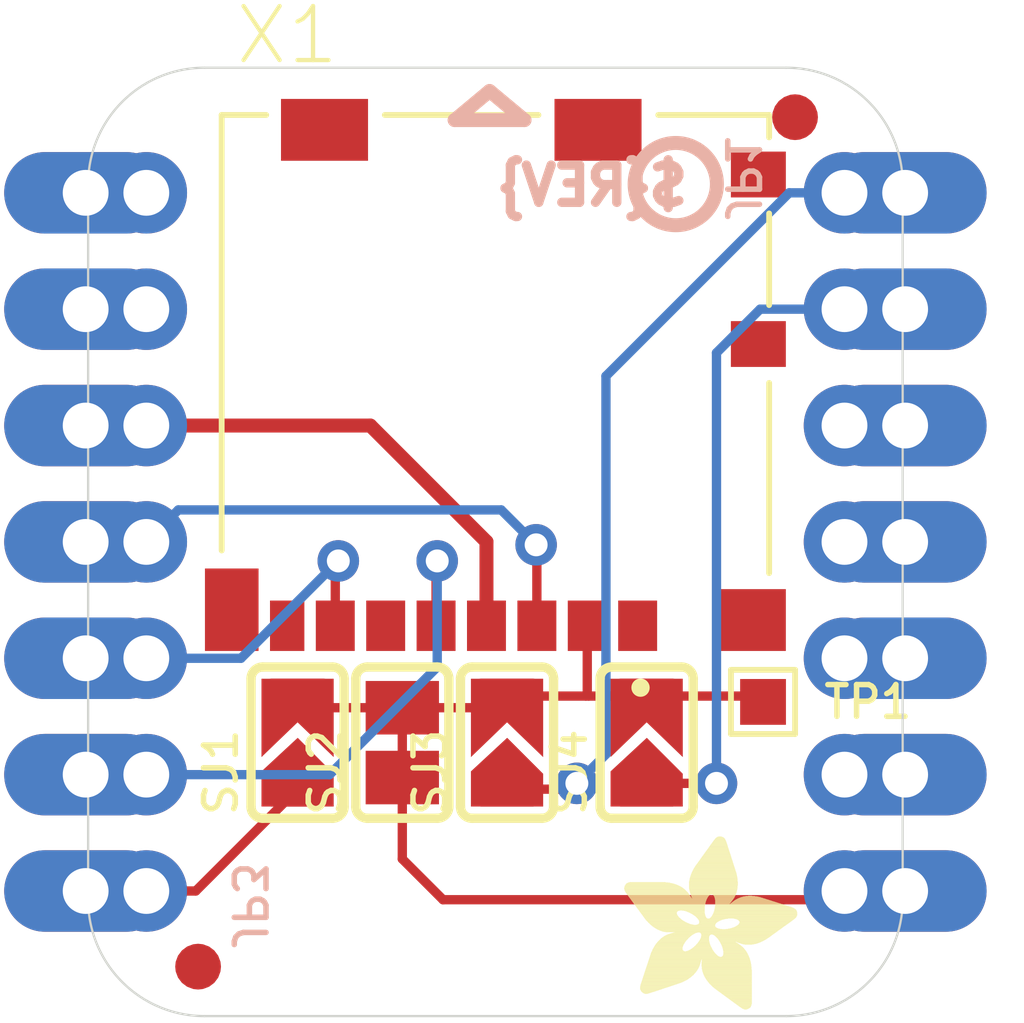
<source format=kicad_pcb>
(kicad_pcb (version 20241229) (generator "pcbnew") (generator_version "9.0")
  (layers (0 "F.Cu" signal) (4 "In1.Cu" signal) (6 "In2.Cu" signal) (8 "In3.Cu" signal) (10 "In4.Cu" signal) (12 "In5.Cu" signal) (14 "In6.Cu" signal) (16 "In7.Cu" signal) (18 "In8.Cu" signal) (20 "In9.Cu" signal) (22 "In10.Cu" signal) (24 "In11.Cu" signal) (26 "In12.Cu" signal) (28 "In13.Cu" signal) (30 "In14.Cu" signal) (2 "B.Cu" signal) (13 "F.Paste" user) (15 "B.Paste" user) (5 "F.SilkS" user "F.Silkscreen") (7 "B.SilkS" user "B.Silkscreen") (1 "F.Mask" user) (3 "B.Mask" user) (25 "Edge.Cuts" user))
  (net 0 "")
  (net 1 "GND")
  (net 2 "+5V")
  (net 3 "A3")
  (net 4 "A0")
  (net 5 "A1")
  (net 6 "A2")
  (net 7 "SDA")
  (net 8 "SCL")
  (net 9 "TX")
  (net 10 "MOSI")
  (net 11 "SCK")
  (net 12 "RX")
  (net 13 "MISO")
  (net 14 "3.3V")
  (net 15 "SD_CS")
  (footprint "Adafruit microSD BFF:SOLDERJUMPER_CLOSEDWIRE" (layer "F.Cu") (at 146.4691 109.3851 90)
    (property "Reference" "SJ2" (at -1.651 -1.27 90) (layer "F.SilkS") (effects (font (size 0.692831 0.692831) (thickness 0.119969)) (justify left bottom)))
    (property "Value" "")
    (pad "1" smd rect (at -0.762 0 90) (size 1.1684 1.6002) (layers "F.Cu") (net 9 "TX"))
    (pad "2" smd rect (at 0.762 0 90) (size 1.1684 1.6002) (layers "F.Cu") (net 15 "SD_CS"))
    (pad "WIRE" smd rect (at 0 0 270) (size 0.635 0.2032) (layers "F.Cu"))
  )
  (footprint "Adafruit microSD BFF:SOLDERJUMPER_ARROW_NOPASTE" (layer "F.Cu") (at 148.7551 109.3851 90)
    (property "Reference" "SJ3" (at -1.651 -1.27 90) (layer "F.SilkS") (effects (font (size 0.692831 0.692831) (thickness 0.119969)) (justify left bottom)))
    (property "Value" "")
    (fp_poly (pts (xy 0.106121 0.002663) (xy -0.679416 0.7882) (xy -1.3946 0.7882) (xy -1.3946 -0.7882) (xy -0.62715 -0.7882)) (fill yes) (layer "F.Cu"))
    (fp_poly (pts (xy 1.3946 0.7882) (xy -0.315893 0.7882) (xy 0.443148 0) (xy -0.315893 -0.7882) (xy 1.3946 -0.7882)) (fill yes) (layer "F.Cu"))
    (pad "1" smd roundrect (at -1.016 0 90) (size 0.762 1.524) (layers "F.Cu") (net 4 "A0"))
    (pad "2" smd roundrect (at 1.016 0 90) (size 0.762 1.524) (layers "F.Cu") (net 15 "SD_CS"))
  )
  (footprint "Adafruit microSD BFF:ADAFRUIT_3.5MM" (layer "F.Cu") (at 151.2951 115.2271)
    (property "Reference" "U$2" (hide yes))
    (property "Value" "" (hide yes))
  )
  (footprint "Adafruit microSD BFF:FIDUCIAL_1MM" (layer "F.Cu") (at 155.0416 95.7326 180)
    (property "Reference" "U$8" (hide yes))
    (property "Value" "FIDUCIAL_1MM" (hide yes))
    (pad "1" smd roundrect (at 0 0 180) (size 1 1) (layers "F.Cu" "F.Mask") (roundrect_rratio 0.5))
  )
  (footprint "Adafruit microSD BFF:PLABEL4" (layer "F.Cu") (at 145.3261 115.2271)
    (property "Reference" "PLABEL4" (hide yes))
    (property "Value" "" (hide yes))
  )
  (footprint "Adafruit microSD BFF:PLABEL0" (layer "F.Cu") (at 146.4691 111.7981)
    (property "Reference" "PLABEL0" (hide yes))
    (property "Value" "" (hide yes))
  )
  (footprint "Adafruit microSD BFF:FIDUCIAL_1MM" (layer "F.Cu") (at 142.0114 114.2746 180)
    (property "Reference" "U$6" (hide yes))
    (property "Value" "FIDUCIAL_1MM" (hide yes))
    (pad "1" smd roundrect (at 0 0 180) (size 1 1) (layers "F.Cu" "F.Mask") (roundrect_rratio 0.5))
  )
  (footprint "Adafruit microSD BFF:PLABEL5" (layer "F.Cu") (at 154.3431 110.2741 90)
    (property "Reference" "PLABEL5" (hide yes))
    (property "Value" "" (hide yes))
  )
  (footprint "Adafruit microSD BFF:TESTPOINT_PAD_1MM" (layer "F.Cu") (at 154.3431 108.4961)
    (property "Reference" "TP1" (at 1.27 0 0) (layer "F.SilkS") (effects (font (size 0.692831 0.692831) (thickness 0.119969)) (justify left)))
    (property "Value" "")
    (pad "P$1" smd rect (at 0 0) (size 1 1) (layers "F.Cu" "F.Mask") (net 15 "SD_CS"))
  )
  (footprint "Adafruit microSD BFF:PLABEL3" (layer "F.Cu") (at 151.8031 111.7981)
    (property "Reference" "PLABEL3" (hide yes))
    (property "Value" "" (hide yes))
  )
  (footprint "Adafruit microSD BFF:SOLDERJUMPER_ARROW_NOPASTE" (layer "F.Cu") (at 144.1831 109.3851 90)
    (property "Reference" "SJ1" (at -1.651 -1.27 90) (layer "F.SilkS") (effects (font (size 0.692831 0.692831) (thickness 0.119969)) (justify left bottom)))
    (property "Value" "")
    (fp_poly (pts (xy 0.106121 0.002663) (xy -0.679416 0.7882) (xy -1.3946 0.7882) (xy -1.3946 -0.7882) (xy -0.62715 -0.7882)) (fill yes) (layer "F.Cu"))
    (fp_poly (pts (xy 1.3946 0.7882) (xy -0.315893 0.7882) (xy 0.443148 0) (xy -0.315893 -0.7882) (xy 1.3946 -0.7882)) (fill yes) (layer "F.Cu"))
    (pad "1" smd roundrect (at -1.016 0 90) (size 0.762 1.524) (layers "F.Cu") (net 12 "RX"))
    (pad "2" smd roundrect (at 1.016 0 90) (size 0.762 1.524) (layers "F.Cu") (net 15 "SD_CS"))
  )
  (footprint "Adafruit microSD BFF:PLABEL1" (layer "F.Cu") (at 144.1831 111.7981)
    (property "Reference" "PLABEL1" (hide yes))
    (property "Value" "" (hide yes))
  )
  (footprint "Adafruit microSD BFF:SOLDERJUMPER_ARROW_NOPASTE" (layer "F.Cu") (at 151.8031 109.3851 90)
    (property "Reference" "SJ4" (at -1.651 -1.27 90) (layer "F.SilkS") (effects (font (size 0.692831 0.692831) (thickness 0.119969)) (justify left bottom)))
    (property "Value" "")
    (fp_poly (pts (xy 0.106121 0.002663) (xy -0.679416 0.7882) (xy -1.3946 0.7882) (xy -1.3946 -0.7882) (xy -0.62715 -0.7882)) (fill yes) (layer "F.Cu"))
    (fp_poly (pts (xy 1.3946 0.7882) (xy -0.315893 0.7882) (xy 0.443148 0) (xy -0.315893 -0.7882) (xy 1.3946 -0.7882)) (fill yes) (layer "F.Cu"))
    (pad "1" smd roundrect (at -1.016 0 90) (size 0.762 1.524) (layers "F.Cu") (net 5 "A1"))
    (pad "2" smd roundrect (at 1.016 0 90) (size 0.762 1.524) (layers "F.Cu") (net 15 "SD_CS"))
  )
  (footprint "Adafruit microSD BFF:MOLEX_104031-0811" (layer "F.Cu") (at 148.5011 101.3841)
    (property "Reference" "X1" (at -5.7268 -6.749418 0) (layer "F.SilkS") (effects (font (size 1.178965 1.178965) (thickness 0.093666)) (justify left bottom)))
    (property "Value" "MicroSD")
    (pad "1" smd rect (at 3.105 5.45) (size 0.85 1.1) (layers "F.Cu" "F.Mask" "F.Paste"))
    (pad "2" smd rect (at 2.005 5.45) (size 0.85 1.1) (layers "F.Cu" "F.Mask" "F.Paste") (net 15 "SD_CS"))
    (pad "3" smd rect (at 0.905 5.45) (size 0.85 1.1) (layers "F.Cu" "F.Mask" "F.Paste") (net 10 "MOSI"))
    (pad "4" smd rect (at -0.195 5.45) (size 0.85 1.1) (layers "F.Cu" "F.Mask" "F.Paste") (net 14 "3.3V"))
    (pad "5" smd rect (at -1.295 5.45) (size 0.85 1.1) (layers "F.Cu" "F.Mask" "F.Paste") (net 11 "SCK"))
    (pad "6" smd rect (at -2.395 5.45) (size 0.85 1.1) (layers "F.Cu" "F.Mask" "F.Paste") (net 1 "GND"))
    (pad "7" smd rect (at -3.495 5.45) (size 0.85 1.1) (layers "F.Cu" "F.Mask" "F.Paste") (net 13 "MISO"))
    (pad "8" smd rect (at -4.545 5.45) (size 0.75 1.1) (layers "F.Cu" "F.Mask" "F.Paste"))
    (pad "9" smd rect (at 5.74 -0.7) (size 1.2 1) (layers "F.Cu" "F.Mask" "F.Paste"))
    (pad "10" smd rect (at 5.74 -4.4) (size 1.2 1) (layers "F.Cu" "F.Mask" "F.Paste") (net 1 "GND"))
    (pad "G1" smd rect (at 5.565 5.325) (size 1.55 1.35) (layers "F.Cu" "F.Mask" "F.Paste") (net 1 "GND"))
    (pad "G2" smd rect (at -5.755 5.1) (size 1.17 1.8) (layers "F.Cu" "F.Mask" "F.Paste") (net 1 "GND"))
    (pad "G3" smd rect (at -3.73 -5.375) (size 1.9 1.35) (layers "F.Cu" "F.Mask" "F.Paste") (net 1 "GND"))
    (pad "G4" smd rect (at 2.24 -5.375) (size 1.9 1.35) (layers "F.Cu" "F.Mask" "F.Paste") (net 1 "GND"))
  )
  (footprint "Adafruit microSD BFF:PLABEL2" (layer "F.Cu") (at 148.7551 111.7981)
    (property "Reference" "PLABEL2" (hide yes))
    (property "Value" "" (hide yes))
  )
  (footprint "Adafruit microSD BFF:PCBFEAT-REV-040" (layer "B.Cu") (at 152.4381 97.1931 180)
    (property "Reference" "U$3" (hide yes))
    (property "Value" "" (hide yes))
    (fp_text user "${REV}" (at -0.3556 -0.508 0) (layer "B.SilkS") (effects (font (size 0.8128 0.8128) (thickness 0.2032)) (justify left bottom mirror)))
  )
  (footprint "Adafruit microSD BFF:PLABEL7" (layer "B.Cu") (at 148.3741 104.9401 180)
    (property "Reference" "PLABEL7" (hide yes))
    (property "Value" "" (hide yes))
  )
  (footprint "Adafruit microSD BFF:1X07_CASTEL" (layer "B.Cu") (at 156.1211 105.0036 -90)
    (property "Reference" "JP1" (at -8.9662 1.8288 -90) (layer "B.SilkS") (effects (font (size 0.692831 0.692831) (thickness 0.119969)) (justify right top mirror)))
    (property "Value" "")
    (pad "1" thru_hole circle (at -7.62 0 180) (size 1.778 1.778) (drill 1) (layers "*.Cu" "*.Mask") (net 4 "A0"))
    (pad "1C" thru_hole oval (at -7.62 -1.323975 180) (size 3.556 1.778) (drill 1) (layers "*.Cu" "*.Mask") (net 4 "A0"))
    (pad "2" thru_hole circle (at -5.08 0 180) (size 1.778 1.778) (drill 1) (layers "*.Cu" "*.Mask") (net 5 "A1"))
    (pad "2C" thru_hole oval (at -5.08 -1.323975 180) (size 3.556 1.778) (drill 1) (layers "*.Cu" "*.Mask") (net 5 "A1"))
    (pad "3" thru_hole circle (at -2.54 0 180) (size 1.778 1.778) (drill 1) (layers "*.Cu" "*.Mask") (net 6 "A2"))
    (pad "3C" thru_hole oval (at -2.54 -1.323975 180) (size 3.556 1.778) (drill 1) (layers "*.Cu" "*.Mask") (net 6 "A2"))
    (pad "4" thru_hole circle (at 0 0 180) (size 1.778 1.778) (drill 1) (layers "*.Cu" "*.Mask") (net 3 "A3"))
    (pad "4C" thru_hole oval (at 0 -1.323975 180) (size 3.556 1.778) (drill 1) (layers "*.Cu" "*.Mask") (net 3 "A3"))
    (pad "5" thru_hole circle (at 2.54 0 180) (size 1.778 1.778) (drill 1) (layers "*.Cu" "*.Mask") (net 7 "SDA"))
    (pad "5C" thru_hole oval (at 2.54 -1.323975 180) (size 3.556 1.778) (drill 1) (layers "*.Cu" "*.Mask") (net 7 "SDA"))
    (pad "6" thru_hole circle (at 5.08 0 180) (size 1.778 1.778) (drill 1) (layers "*.Cu" "*.Mask") (net 8 "SCL"))
    (pad "6C" thru_hole oval (at 5.08 -1.323975 180) (size 3.556 1.778) (drill 1) (layers "*.Cu" "*.Mask") (net 8 "SCL"))
    (pad "7" thru_hole circle (at 7.62 0 180) (size 1.778 1.778) (drill 1) (layers "*.Cu" "*.Mask") (net 9 "TX"))
    (pad "7C" thru_hole oval (at 7.62 -1.323975 180) (size 3.556 1.778) (drill 1) (layers "*.Cu" "*.Mask") (net 9 "TX"))
  )
  (footprint "Adafruit microSD BFF:1X07_CASTEL" (layer "B.Cu") (at 140.8811 105.0036 90)
    (property "Reference" "JP3" (at -8.9662 1.8288 -90) (layer "B.SilkS") (effects (font (size 0.692831 0.692831) (thickness 0.119969)) (justify left bottom mirror)))
    (property "Value" "")
    (pad "1" thru_hole circle (at -7.62 0) (size 1.778 1.778) (drill 1) (layers "*.Cu" "*.Mask") (net 12 "RX"))
    (pad "1C" thru_hole oval (at -7.62 -1.323975) (size 3.556 1.778) (drill 1) (layers "*.Cu" "*.Mask") (net 12 "RX"))
    (pad "2" thru_hole circle (at -5.08 0) (size 1.778 1.778) (drill 1) (layers "*.Cu" "*.Mask") (net 11 "SCK"))
    (pad "2C" thru_hole oval (at -5.08 -1.323975) (size 3.556 1.778) (drill 1) (layers "*.Cu" "*.Mask") (net 11 "SCK"))
    (pad "3" thru_hole circle (at -2.54 0) (size 1.778 1.778) (drill 1) (layers "*.Cu" "*.Mask") (net 13 "MISO"))
    (pad "3C" thru_hole oval (at -2.54 -1.323975) (size 3.556 1.778) (drill 1) (layers "*.Cu" "*.Mask") (net 13 "MISO"))
    (pad "4" thru_hole circle (at 0 0) (size 1.778 1.778) (drill 1) (layers "*.Cu" "*.Mask") (net 10 "MOSI"))
    (pad "4C" thru_hole oval (at 0 -1.323975) (size 3.556 1.778) (drill 1) (layers "*.Cu" "*.Mask") (net 10 "MOSI"))
    (pad "5" thru_hole circle (at 2.54 0) (size 1.778 1.778) (drill 1) (layers "*.Cu" "*.Mask") (net 14 "3.3V"))
    (pad "5C" thru_hole oval (at 2.54 -1.323975) (size 3.556 1.778) (drill 1) (layers "*.Cu" "*.Mask") (net 14 "3.3V"))
    (pad "6" thru_hole circle (at 5.08 0) (size 1.778 1.778) (drill 1) (layers "*.Cu" "*.Mask") (net 1 "GND"))
    (pad "6C" thru_hole oval (at 5.08 -1.323975) (size 3.556 1.778) (drill 1) (layers "*.Cu" "*.Mask") (net 1 "GND"))
    (pad "7" thru_hole circle (at 7.62 0) (size 1.778 1.778) (drill 1) (layers "*.Cu" "*.Mask") (net 2 "+5V"))
    (pad "7C" thru_hole oval (at 7.62 -1.323975) (size 3.556 1.778) (drill 1) (layers "*.Cu" "*.Mask") (net 2 "+5V"))
  )
  (footprint "Adafruit microSD BFF:PLABEL6" (layer "B.Cu") (at 148.3741 97.1931 180)
    (property "Reference" "PLABEL6" (hide yes))
    (property "Value" "" (hide yes))
  )
  (gr_line (start 149.1361 95.7961) (end 147.6121 95.7961) (stroke (width 0.3048)) (layer "B.SilkS"))
  (gr_line (start 148.3741 95.1611) (end 149.1361 95.7961) (stroke (width 0.3048)) (layer "B.SilkS"))
  (gr_line (start 147.6121 95.7961) (end 148.3741 95.1611) (stroke (width 0.3048)) (layer "B.SilkS"))
  (gr_arc (start 154.8511 94.6531) (mid 156.647151 95.397049) (end 157.3911 97.1931) (stroke (width 0.05)) (layer "Edge.Cuts"))
  (gr_line (start 139.6111 112.8141) (end 139.6111 97.1931) (stroke (width 0.05)) (layer "Edge.Cuts"))
  (gr_arc (start 139.6111 97.1931) (mid 140.355049 95.397049) (end 142.1511 94.6531) (stroke (width 0.05)) (layer "Edge.Cuts"))
  (gr_line (start 157.3911 97.1931) (end 157.3911 112.8141) (stroke (width 0.05)) (layer "Edge.Cuts"))
  (gr_arc (start 142.1511 115.3541) (mid 140.355049 114.610151) (end 139.6111 112.8141) (stroke (width 0.05)) (layer "Edge.Cuts"))
  (gr_arc (start 157.3911 112.8141) (mid 156.647151 114.610151) (end 154.8511 115.3541) (stroke (width 0.05)) (layer "Edge.Cuts"))
  (gr_line (start 154.8511 115.3541) (end 142.1511 115.3541) (stroke (width 0.05)) (layer "Edge.Cuts"))
  (gr_line (start 142.1511 94.6531) (end 154.8511 94.6531) (stroke (width 0.05)) (layer "Edge.Cuts"))
  (segment (start 139.557125 99.9236) (end 140.8811 99.9236) (width 0.3048) (layer "B.Cu") (net 1))
  (segment (start 139.557125 97.3836) (end 140.8811 97.3836) (width 0.3048) (layer "B.Cu") (net 2))
  (segment (start 157.445075 105.0036) (end 156.1211 105.0036) (width 0.3048) (layer "B.Cu") (net 3))
  (segment (start 150.1521 110.4011) (end 150.2791 110.2741) (width 0.2032) (layer "F.Cu") (net 4))
  (segment (start 148.7551 110.4011) (end 150.1521 110.4011) (width 0.2032) (layer "F.Cu") (net 4))
  (via (at 150.2791 110.2741) (size 0.9064) (drill 0.5) (layers "F.Cu" "B.Cu") (net 4))
  (segment (start 150.9141 109.6391) (end 150.9141 101.3841) (width 0.2032) (layer "B.Cu") (net 4))
  (segment (start 150.2791 110.2741) (end 150.9141 109.6391) (width 0.2032) (layer "B.Cu") (net 4))
  (segment (start 154.9146 97.3836) (end 156.1211 97.3836) (width 0.2032) (layer "B.Cu") (net 4))
  (segment (start 150.9141 101.3841) (end 154.9146 97.3836) (width 0.2032) (layer "B.Cu") (net 4))
  (segment (start 157.445075 97.3836) (end 156.1211 97.3836) (width 0.3048) (layer "B.Cu") (net 4))
  (segment (start 151.8031 110.4011) (end 151.9301 110.2741) (width 0.2032) (layer "F.Cu") (net 5))
  (segment (start 151.9301 110.2741) (end 153.3271 110.2741) (width 0.2032) (layer "F.Cu") (net 5))
  (via (at 153.3271 110.2741) (size 0.9064) (drill 0.5) (layers "F.Cu" "B.Cu") (net 5))
  (segment (start 153.3271 100.8761) (end 154.2796 99.9236) (width 0.2032) (layer "B.Cu") (net 5))
  (segment (start 153.3271 110.2741) (end 153.3271 100.8761) (width 0.2032) (layer "B.Cu") (net 5))
  (segment (start 154.2796 99.9236) (end 156.1211 99.9236) (width 0.2032) (layer "B.Cu") (net 5))
  (segment (start 157.445075 99.9236) (end 156.1211 99.9236) (width 0.3048) (layer "B.Cu") (net 5))
  (segment (start 157.445075 102.4636) (end 156.1211 102.4636) (width 0.3048) (layer "B.Cu") (net 6))
  (segment (start 157.445075 107.5436) (end 156.1211 107.5436) (width 0.3048) (layer "B.Cu") (net 7))
  (segment (start 157.445075 110.0836) (end 156.1211 110.0836) (width 0.3048) (layer "B.Cu") (net 8))
  (segment (start 147.3581 112.8141) (end 155.9306 112.8141) (width 0.2032) (layer "F.Cu") (net 9))
  (segment (start 146.4691 111.9251) (end 147.3581 112.8141) (width 0.2032) (layer "F.Cu") (net 9))
  (segment (start 155.9306 112.8141) (end 156.1211 112.6236) (width 0.2032) (layer "F.Cu") (net 9))
  (segment (start 146.4691 110.1471) (end 146.4691 111.9251) (width 0.2032) (layer "F.Cu") (net 9))
  (segment (start 157.445075 112.6236) (end 156.1211 112.6236) (width 0.3048) (layer "B.Cu") (net 9))
  (segment (start 149.4061 105.0831) (end 149.3901 105.0671) (width 0.2032) (layer "F.Cu") (net 10))
  (segment (start 149.4061 106.8341) (end 149.4061 105.0831) (width 0.2032) (layer "F.Cu") (net 10))
  (via (at 149.3901 105.0671) (size 0.9064) (drill 0.5) (layers "F.Cu" "B.Cu") (net 10))
  (segment (start 139.557125 105.0036) (end 140.8811 105.0036) (width 0.3048) (layer "B.Cu") (net 10))
  (segment (start 149.3901 105.0671) (end 148.6281 104.3051) (width 0.2032) (layer "B.Cu") (net 10))
  (segment (start 148.6281 104.3051) (end 141.5796 104.3051) (width 0.2032) (layer "B.Cu") (net 10))
  (segment (start 140.8811 105.0036) (end 141.5796 104.3051) (width 0.2032) (layer "B.Cu") (net 10))
  (segment (start 147.2061 106.8341) (end 147.2061 105.4437) (width 0.2032) (layer "F.Cu") (net 11))
  (segment (start 147.2061 105.4437) (end 147.2311 105.4187) (width 0.2032) (layer "F.Cu") (net 11))
  (via (at 147.2311 105.4187) (size 0.9064) (drill 0.5) (layers "F.Cu" "B.Cu") (net 11))
  (segment (start 144.8816 110.0836) (end 140.8811 110.0836) (width 0.2032) (layer "B.Cu") (net 11))
  (segment (start 139.557125 110.0836) (end 140.0556 110.0836) (width 0.3048) (layer "B.Cu") (net 11))
  (segment (start 140.6906 110.2741) (end 140.8811 110.0836) (width 0.3048) (layer "B.Cu") (net 11))
  (segment (start 140.2461 110.2741) (end 140.6906 110.2741) (width 0.3048) (layer "B.Cu") (net 11))
  (segment (start 147.2311 107.7341) (end 144.8816 110.0836) (width 0.2032) (layer "B.Cu") (net 11))
  (segment (start 147.2311 105.4187) (end 147.2311 107.7341) (width 0.2032) (layer "B.Cu") (net 11))
  (segment (start 140.0556 110.0836) (end 140.2461 110.2741) (width 0.3048) (layer "B.Cu") (net 11))
  (segment (start 141.9606 112.6236) (end 140.8811 112.6236) (width 0.2032) (layer "F.Cu") (net 12))
  (segment (start 144.1831 110.4011) (end 141.9606 112.6236) (width 0.2032) (layer "F.Cu") (net 12))
  (segment (start 139.557125 112.6236) (end 140.8811 112.6236) (width 0.3048) (layer "B.Cu") (net 12))
  (segment (start 145.0061 106.8341) (end 145.0061 105.4847) (width 0.2032) (layer "F.Cu") (net 13))
  (segment (start 145.0061 105.4847) (end 145.0721 105.4187) (width 0.2032) (layer "F.Cu") (net 13))
  (via (at 145.0721 105.4187) (size 0.9064) (drill 0.5) (layers "F.Cu" "B.Cu") (net 13))
  (segment (start 145.0721 105.4187) (end 142.9472 107.5436) (width 0.2032) (layer "B.Cu") (net 13))
  (segment (start 139.557125 107.5436) (end 140.8811 107.5436) (width 0.3048) (layer "B.Cu") (net 13))
  (segment (start 142.9472 107.5436) (end 140.8811 107.5436) (width 0.2032) (layer "B.Cu") (net 13))
  (segment (start 145.7706 102.4636) (end 148.3061 104.9991) (width 0.3048) (layer "F.Cu") (net 14))
  (segment (start 140.8811 102.4636) (end 145.7706 102.4636) (width 0.3048) (layer "F.Cu") (net 14))
  (segment (start 148.3061 104.9991) (end 148.3061 106.8341) (width 0.3048) (layer "F.Cu") (net 14))
  (segment (start 139.557125 102.4636) (end 140.8811 102.4636) (width 0.3048) (layer "B.Cu") (net 14))
  (segment (start 150.4791 108.3691) (end 148.7551 108.3691) (width 0.2032) (layer "F.Cu") (net 15))
  (segment (start 154.2161 108.3691) (end 154.3431 108.4961) (width 0.2032) (layer "F.Cu") (net 15))
  (segment (start 146.4691 108.6231) (end 144.4371 108.6231) (width 0.2032) (layer "F.Cu") (net 15))
  (segment (start 150.5061 108.3421) (end 150.4791 108.3691) (width 0.2032) (layer "F.Cu") (net 15))
  (segment (start 150.5331 108.3691) (end 151.8031 108.3691) (width 0.2032) (layer "F.Cu") (net 15))
  (segment (start 151.8031 108.3691) (end 154.2161 108.3691) (width 0.2032) (layer "F.Cu") (net 15))
  (segment (start 144.4371 108.6231) (end 144.1831 108.3691) (width 0.2032) (layer "F.Cu") (net 15))
  (segment (start 150.5061 106.8341) (end 150.5061 108.3421) (width 0.2032) (layer "F.Cu") (net 15))
  (segment (start 148.5011 108.6231) (end 146.4691 108.6231) (width 0.2032) (layer "F.Cu") (net 15))
  (segment (start 150.5061 108.3421) (end 150.5331 108.3691) (width 0.2032) (layer "F.Cu") (net 15))
  (segment (start 148.7551 108.3691) (end 148.5011 108.6231) (width 0.2032) (layer "F.Cu") (net 15))
)
</source>
